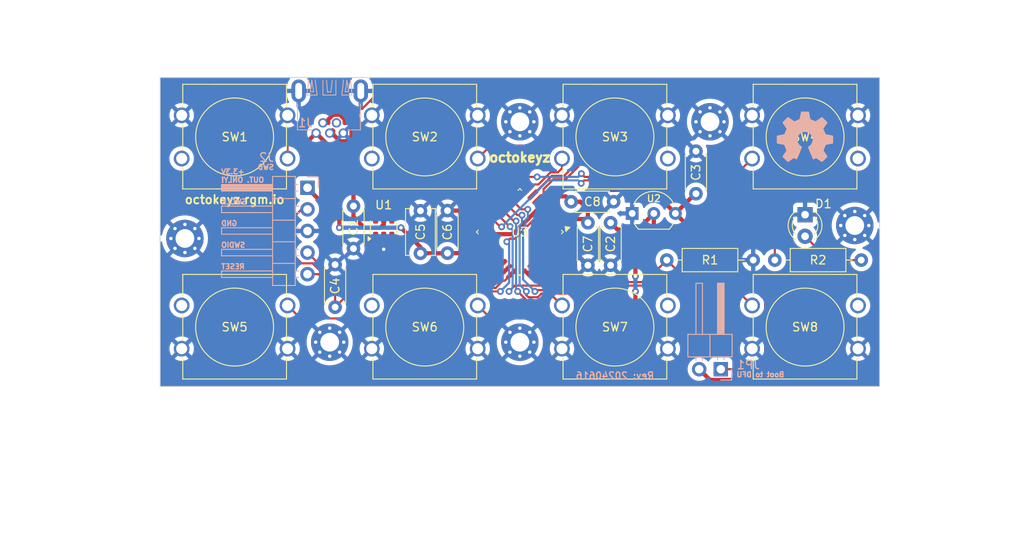
<source format=kicad_pcb>
(kicad_pcb (version 20240108) (generator "pcbnew") (generator_version "8.0")
  (title_block (title "octokeyz") (date "2024-06-16") (rev "20240616") (comment 3 "Released under CERN Open Hardware Licence Version 2 - Strongly Reciprocal") (comment 4 "Designed by: Rafael G. Martins"))
  (layers (0 "F.Cu" signal) (31 "B.Cu" signal) (34 "B.Paste" user) (35 "F.Paste" user) (36 "B.SilkS" user "B.Silkscreen") (37 "F.SilkS" user "F.Silkscreen") (38 "B.Mask" user) (39 "F.Mask" user) (44 "Edge.Cuts" user))
  (net 0 "")
  (net 1 "GND")
  (net 2 "+3.3V")
  (net 3 "Net-(D1-A)")
  (net 4 "+5V")
  (net 5 "SWCLK")
  (net 6 "USB_D-")
  (net 7 "USB_D+")
  (net 10 "SWDIO")
  (net 11 "Net-(JP1-A)")
  (net 12 "/USB_CONN_D+")
  (net 13 "/USB_CONN_D-")
  (net 14 "RESET")
  (net 16 "LED")
  (net 23 "KEY7")
  (net 27 "KEY2")
  (net 29 "KEY5")
  (net 31 "KEY4")
  (net 35 "KEY1")
  (net 36 "KEY8")
  (net 38 "KEY3")
  (net 42 "KEY6")
  (footprint "octokeyz:SW_PUSH-12mm" (layer "F.Cu") (at 109.982 90.17)
    (property "Reference" "SW5" (at 6.223 2.54 0) (layer "F.SilkS"))
    (property "Value" "SPST 12mm")
    (pad "1" thru_hole circle (at 0 0) (size 1.85 1.85) (drill 1.3) (layers "*.Cu" "*.Mask"))
    (pad "2" thru_hole circle (at 12.446 0) (size 1.85 1.85) (drill 1.3) (layers "*.Cu" "*.Mask") (net 29 "KEY5"))
    (pad "3" thru_hole circle (at 0 5.08) (size 1.85 1.85) (drill 1.3) (layers "*.Cu" "*.Mask") (net 1 "GND"))
    (pad "4" thru_hole circle (at 12.446 5.08) (size 1.85 1.85) (drill 1.3) (layers "*.Cu" "*.Mask") (net 1 "GND"))
  )
  (footprint "octokeyz:SW_PUSH-12mm" (layer "F.Cu") (at 177.038 67.818)
    (property "Reference" "SW4" (at 6.223 2.54 0) (layer "F.SilkS"))
    (property "Value" "SPST 12mm")
    (pad "1" thru_hole circle (at 0 0) (size 1.85 1.85) (drill 1.3) (layers "*.Cu" "*.Mask") (net 1 "GND"))
    (pad "2" thru_hole circle (at 12.446 0) (size 1.85 1.85) (drill 1.3) (layers "*.Cu" "*.Mask") (net 1 "GND"))
    (pad "3" thru_hole circle (at 0 5.08) (size 1.85 1.85) (drill 1.3) (layers "*.Cu" "*.Mask") (net 31 "KEY4"))
    (pad "4" thru_hole circle (at 12.446 5.08) (size 1.85 1.85) (drill 1.3) (layers "*.Cu" "*.Mask"))
  )
  (footprint "MountingHole:MountingHole_2.2mm_M2_Pad_Via" (layer "F.Cu") (at 149.733 68.58)
    (property "Reference" "H2" (hide yes))
    (property "Value" "MountingHole_Pad")
    (pad "1" thru_hole circle (at -1.65 0) (size 0.7 0.7) (drill 0.4) (layers "*.Cu" "*.Mask") (net 1 "GND"))
    (pad "1" thru_hole circle (at -1.166726 -1.166726) (size 0.7 0.7) (drill 0.4) (layers "*.Cu" "*.Mask") (net 1 "GND"))
    (pad "1" thru_hole circle (at -1.166726 1.166726) (size 0.7 0.7) (drill 0.4) (layers "*.Cu" "*.Mask") (net 1 "GND"))
    (pad "1" thru_hole circle (at 0 -1.65) (size 0.7 0.7) (drill 0.4) (layers "*.Cu" "*.Mask") (net 1 "GND"))
    (pad "1" thru_hole circle (at 0 0) (size 4.4 4.4) (drill 2.2) (layers "*.Cu" "*.Mask") (net 1 "GND"))
    (pad "1" thru_hole circle (at 0 1.65) (size 0.7 0.7) (drill 0.4) (layers "*.Cu" "*.Mask") (net 1 "GND"))
    (pad "1" thru_hole circle (at 1.166726 -1.166726) (size 0.7 0.7) (drill 0.4) (layers "*.Cu" "*.Mask") (net 1 "GND"))
    (pad "1" thru_hole circle (at 1.166726 1.166726) (size 0.7 0.7) (drill 0.4) (layers "*.Cu" "*.Mask") (net 1 "GND"))
    (pad "1" thru_hole circle (at 1.65 0) (size 0.7 0.7) (drill 0.4) (layers "*.Cu" "*.Mask") (net 1 "GND"))
  )
  (footprint "Package_QFP:LQFP-32_7x7mm_P0.8mm" (layer "F.Cu") (at 149.733 81.534 -135)
    (property "Reference" "U3" (at 0 0 0) (layer "F.SilkS"))
    (property "Value" "STM32F042K4T6 or STM32F042K6T6")
    (pad "1" smd roundrect (at -4.175 -2.8 225) (size 1.5 0.5) (layers "F.Cu" "F.Paste" "F.Mask") (net 2 "+3.3V"))
    (pad "2" smd roundrect (at -4.175 -2 225) (size 1.5 0.5) (layers "F.Cu" "F.Paste" "F.Mask"))
    (pad "3" smd roundrect (at -4.175 -1.2 225) (size 1.5 0.5) (layers "F.Cu" "F.Paste" "F.Mask"))
    (pad "4" smd roundrect (at -4.175 -0.4 225) (size 1.5 0.5) (layers "F.Cu" "F.Paste" "F.Mask") (net 14 "RESET"))
    (pad "5" smd roundrect (at -4.175 0.4 225) (size 1.5 0.5) (layers "F.Cu" "F.Paste" "F.Mask") (net 2 "+3.3V"))
    (pad "6" smd roundrect (at -4.175 1.2 225) (size 1.5 0.5) (layers "F.Cu" "F.Paste" "F.Mask") (net 35 "KEY1"))
    (pad "7" smd roundrect (at -4.175 2 225) (size 1.5 0.5) (layers "F.Cu" "F.Paste" "F.Mask") (net 27 "KEY2"))
    (pad "8" smd roundrect (at -4.175 2.8 225) (size 1.5 0.5) (layers "F.Cu" "F.Paste" "F.Mask") (net 38 "KEY3"))
    (pad "9" smd roundrect (at -2.8 4.175 225) (size 0.5 1.5) (layers "F.Cu" "F.Paste" "F.Mask") (net 31 "KEY4"))
    (pad "10" smd roundrect (at -2 4.175 225) (size 0.5 1.5) (layers "F.Cu" "F.Paste" "F.Mask") (net 29 "KEY5"))
    (pad "11" smd roundrect (at -1.2 4.175 225) (size 0.5 1.5) (layers "F.Cu" "F.Paste" "F.Mask") (net 42 "KEY6"))
    (pad "12" smd roundrect (at -0.4 4.175 225) (size 0.5 1.5) (layers "F.Cu" "F.Paste" "F.Mask") (net 23 "KEY7"))
    (pad "13" smd roundrect (at 0.4 4.175 225) (size 0.5 1.5) (layers "F.Cu" "F.Paste" "F.Mask") (net 36 "KEY8"))
    (pad "14" smd roundrect (at 1.2 4.175 225) (size 0.5 1.5) (layers "F.Cu" "F.Paste" "F.Mask") (net 16 "LED"))
    (pad "15" smd roundrect (at 2 4.175 225) (size 0.5 1.5) (layers "F.Cu" "F.Paste" "F.Mask"))
    (pad "16" smd roundrect (at 2.8 4.175 225) (size 0.5 1.5) (layers "F.Cu" "F.Paste" "F.Mask") (net 1 "GND"))
    (pad "17" smd roundrect (at 4.175 2.8 225) (size 1.5 0.5) (layers "F.Cu" "F.Paste" "F.Mask") (net 2 "+3.3V"))
    (pad "18" smd roundrect (at 4.175 2 225) (size 1.5 0.5) (layers "F.Cu" "F.Paste" "F.Mask"))
    (pad "19" smd roundrect (at 4.175 1.2 225) (size 1.5 0.5) (layers "F.Cu" "F.Paste" "F.Mask"))
    (pad "20" smd roundrect (at 4.175 0.4 225) (size 1.5 0.5) (layers "F.Cu" "F.Paste" "F.Mask"))
    (pad "21" smd roundrect (at 4.175 -0.4 225) (size 1.5 0.5) (layers "F.Cu" "F.Paste" "F.Mask") (net 6 "USB_D-"))
    (pad "22" smd roundrect (at 4.175 -1.2 225) (size 1.5 0.5) (layers "F.Cu" "F.Paste" "F.Mask") (net 7 "USB_D+"))
    (pad "23" smd roundrect (at 4.175 -2 225) (size 1.5 0.5) (layers "F.Cu" "F.Paste" "F.Mask") (net 10 "SWDIO"))
    (pad "24" smd roundrect (at 4.175 -2.8 225) (size 1.5 0.5) (layers "F.Cu" "F.Paste" "F.Mask") (net 5 "SWCLK"))
    (pad "25" smd roundrect (at 2.8 -4.175 225) (size 0.5 1.5) (layers "F.Cu" "F.Paste" "F.Mask"))
    (pad "26" smd roundrect (at 2 -4.175 225) (size 0.5 1.5) (layers "F.Cu" "F.Paste" "F.Mask"))
    (pad "27" smd roundrect (at 1.2 -4.175 225) (size 0.5 1.5) (layers "F.Cu" "F.Paste" "F.Mask"))
    (pad "28" smd roundrect (at 0.4 -4.175 225) (size 0.5 1.5) (layers "F.Cu" "F.Paste" "F.Mask"))
    (pad "29" smd roundrect (at -0.4 -4.175 225) (size 0.5 1.5) (layers "F.Cu" "F.Paste" "F.Mask"))
    (pad "30" smd roundrect (at -1.2 -4.175 225) (size 0.5 1.5) (layers "F.Cu" "F.Paste" "F.Mask"))
    (pad "31" smd roundrect (at -2 -4.175 225) (size 0.5 1.5) (layers "F.Cu" "F.Paste" "F.Mask") (net 11 "Net-(JP1-A)"))
    (pad "32" smd roundrect (at -2.8 -4.175 225) (size 0.5 1.5) (layers "F.Cu" "F.Paste" "F.Mask") (net 1 "GND"))
  )
  (footprint "octokeyz:C_TDK_FA28" (layer "F.Cu") (at 130.175 83.486 90)
    (property "Reference" "C1" (at 2.5 0 -90) (layer "F.SilkS"))
    (property "Value" "100n")
    (pad "1" thru_hole circle (at 0 0 90) (size 1.6 1.6) (drill 0.8) (layers "*.Cu" "*.Mask") (net 1 "GND"))
    (pad "2" thru_hole circle (at 5 0 90) (size 1.6 1.6) (drill 0.8) (layers "*.Cu" "*.Mask") (net 4 "+5V"))
  )
  (footprint "octokeyz:SW_PUSH-12mm" (layer "F.Cu") (at 177.038 90.17)
    (property "Reference" "SW8" (at 6.223 2.54 0) (layer "F.SilkS"))
    (property "Value" "SPST 12mm")
    (pad "1" thru_hole circle (at 0 0) (size 1.85 1.85) (drill 1.3) (layers "*.Cu" "*.Mask") (net 36 "KEY8"))
    (pad "2" thru_hole circle (at 12.446 0) (size 1.85 1.85) (drill 1.3) (layers "*.Cu" "*.Mask"))
    (pad "3" thru_hole circle (at 0 5.08) (size 1.85 1.85) (drill 1.3) (layers "*.Cu" "*.Mask") (net 1 "GND"))
    (pad "4" thru_hole circle (at 12.446 5.08) (size 1.85 1.85) (drill 1.3) (layers "*.Cu" "*.Mask") (net 1 "GND"))
  )
  (footprint "MountingHole:MountingHole_2.2mm_M2_Pad_Via" (layer "F.Cu") (at 189.103 80.772)
    (property "Reference" "H4" (hide yes))
    (property "Value" "MountingHole_Pad")
    (pad "1" thru_hole circle (at -1.65 0) (size 0.7 0.7) (drill 0.4) (layers "*.Cu" "*.Mask") (net 1 "GND"))
    (pad "1" thru_hole circle (at -1.166726 -1.166726) (size 0.7 0.7) (drill 0.4) (layers "*.Cu" "*.Mask") (net 1 "GND"))
    (pad "1" thru_hole circle (at -1.166726 1.166726) (size 0.7 0.7) (drill 0.4) (layers "*.Cu" "*.Mask") (net 1 "GND"))
    (pad "1" thru_hole circle (at 0 -1.65) (size 0.7 0.7) (drill 0.4) (layers "*.Cu" "*.Mask") (net 1 "GND"))
    (pad "1" thru_hole circle (at 0 0) (size 4.4 4.4) (drill 2.2) (layers "*.Cu" "*.Mask") (net 1 "GND"))
    (pad "1" thru_hole circle (at 0 1.65) (size 0.7 0.7) (drill 0.4) (layers "*.Cu" "*.Mask") (net 1 "GND"))
    (pad "1" thru_hole circle (at 1.166726 -1.166726) (size 0.7 0.7) (drill 0.4) (layers "*.Cu" "*.Mask") (net 1 "GND"))
    (pad "1" thru_hole circle (at 1.166726 1.166726) (size 0.7 0.7) (drill 0.4) (layers "*.Cu" "*.Mask") (net 1 "GND"))
    (pad "1" thru_hole circle (at 1.65 0) (size 0.7 0.7) (drill 0.4) (layers "*.Cu" "*.Mask") (net 1 "GND"))
  )
  (footprint "octokeyz:C_TDK_FA28" (layer "F.Cu") (at 170.434 72.0344 -90)
    (property "Reference" "C3" (at 2.5 0 90) (layer "F.SilkS"))
    (property "Value" "1u")
    (pad "1" thru_hole circle (at 0 0 270) (size 1.6 1.6) (drill 0.8) (layers "*.Cu" "*.Mask") (net 1 "GND"))
    (pad "2" thru_hole circle (at 5 0 270) (size 1.6 1.6) (drill 0.8) (layers "*.Cu" "*.Mask") (net 2 "+3.3V"))
  )
  (footprint "MountingHole:MountingHole_2.2mm_M2_Pad_Via" (layer "F.Cu") (at 127.381 94.488)
    (property "Reference" "H5" (hide yes))
    (property "Value" "MountingHole_Pad")
    (pad "1" thru_hole circle (at -1.65 0) (size 0.7 0.7) (drill 0.4) (layers "*.Cu" "*.Mask") (net 1 "GND"))
    (pad "1" thru_hole circle (at -1.166726 -1.166726) (size 0.7 0.7) (drill 0.4) (layers "*.Cu" "*.Mask") (net 1 "GND"))
    (pad "1" thru_hole circle (at -1.166726 1.166726) (size 0.7 0.7) (drill 0.4) (layers "*.Cu" "*.Mask") (net 1 "GND"))
    (pad "1" thru_hole circle (at 0 -1.65) (size 0.7 0.7) (drill 0.4) (layers "*.Cu" "*.Mask") (net 1 "GND"))
    (pad "1" thru_hole circle (at 0 0) (size 4.4 4.4) (drill 2.2) (layers "*.Cu" "*.Mask") (net 1 "GND"))
    (pad "1" thru_hole circle (at 0 1.65) (size 0.7 0.7) (drill 0.4) (layers "*.Cu" "*.Mask") (net 1 "GND"))
    (pad "1" thru_hole circle (at 1.166726 -1.166726) (size 0.7 0.7) (drill 0.4) (layers "*.Cu" "*.Mask") (net 1 "GND"))
    (pad "1" thru_hole circle (at 1.166726 1.166726) (size 0.7 0.7) (drill 0.4) (layers "*.Cu" "*.Mask") (net 1 "GND"))
    (pad "1" thru_hole circle (at 1.65 0) (size 0.7 0.7) (drill 0.4) (layers "*.Cu" "*.Mask") (net 1 "GND"))
  )
  (footprint "MountingHole:MountingHole_2.2mm_M2_Pad_Via" (layer "F.Cu") (at 110.363 82.296)
    (property "Reference" "H1" (hide yes))
    (property "Value" "MountingHole_Pad")
    (pad "1" thru_hole circle (at -1.65 0) (size 0.7 0.7) (drill 0.4) (layers "*.Cu" "*.Mask") (net 1 "GND"))
    (pad "1" thru_hole circle (at -1.166726 -1.166726) (size 0.7 0.7) (drill 0.4) (layers "*.Cu" "*.Mask") (net 1 "GND"))
    (pad "1" thru_hole circle (at -1.166726 1.166726) (size 0.7 0.7) (drill 0.4) (layers "*.Cu" "*.Mask") (net 1 "GND"))
    (pad "1" thru_hole circle (at 0 -1.65) (size 0.7 0.7) (drill 0.4) (layers "*.Cu" "*.Mask") (net 1 "GND"))
    (pad "1" thru_hole circle (at 0 0) (size 4.4 4.4) (drill 2.2) (layers "*.Cu" "*.Mask") (net 1 "GND"))
    (pad "1" thru_hole circle (at 0 1.65) (size 0.7 0.7) (drill 0.4) (layers "*.Cu" "*.Mask") (net 1 "GND"))
    (pad "1" thru_hole circle (at 1.166726 -1.166726) (size 0.7 0.7) (drill 0.4) (layers "*.Cu" "*.Mask") (net 1 "GND"))
    (pad "1" thru_hole circle (at 1.166726 1.166726) (size 0.7 0.7) (drill 0.4) (layers "*.Cu" "*.Mask") (net 1 "GND"))
    (pad "1" thru_hole circle (at 1.65 0) (size 0.7 0.7) (drill 0.4) (layers "*.Cu" "*.Mask") (net 1 "GND"))
  )
  (footprint "octokeyz:SW_PUSH-12mm" (layer "F.Cu") (at 109.982 67.818)
    (property "Reference" "SW1" (at 6.223 2.54 0) (layer "F.SilkS"))
    (property "Value" "SPST 12mm")
    (pad "1" thru_hole circle (at 0 0) (size 1.85 1.85) (drill 1.3) (layers "*.Cu" "*.Mask") (net 1 "GND"))
    (pad "2" thru_hole circle (at 12.446 0) (size 1.85 1.85) (drill 1.3) (layers "*.Cu" "*.Mask") (net 1 "GND"))
    (pad "3" thru_hole circle (at 0 5.08) (size 1.85 1.85) (drill 1.3) (layers "*.Cu" "*.Mask"))
    (pad "4" thru_hole circle (at 12.446 5.08) (size 1.85 1.85) (drill 1.3) (layers "*.Cu" "*.Mask") (net 35 "KEY1"))
  )
  (footprint "MountingHole:MountingHole_2.2mm_M2_Pad_Via" (layer "F.Cu") (at 149.733 94.488)
    (property "Reference" "H6" (hide yes))
    (property "Value" "MountingHole_Pad")
    (pad "1" thru_hole circle (at -1.65 0) (size 0.7 0.7) (drill 0.4) (layers "*.Cu" "*.Mask") (net 1 "GND"))
    (pad "1" thru_hole circle (at -1.166726 -1.166726) (size 0.7 0.7) (drill 0.4) (layers "*.Cu" "*.Mask") (net 1 "GND"))
    (pad "1" thru_hole circle (at -1.166726 1.166726) (size 0.7 0.7) (drill 0.4) (layers "*.Cu" "*.Mask") (net 1 "GND"))
    (pad "1" thru_hole circle (at 0 -1.65) (size 0.7 0.7) (drill 0.4) (layers "*.Cu" "*.Mask") (net 1 "GND"))
    (pad "1" thru_hole circle (at 0 0) (size 4.4 4.4) (drill 2.2) (layers "*.Cu" "*.Mask") (net 1 "GND"))
    (pad "1" thru_hole circle (at 0 1.65) (size 0.7 0.7) (drill 0.4) (layers "*.Cu" "*.Mask") (net 1 "GND"))
    (pad "1" thru_hole circle (at 1.166726 -1.166726) (size 0.7 0.7) (drill 0.4) (layers "*.Cu" "*.Mask") (net 1 "GND"))
    (pad "1" thru_hole circle (at 1.166726 1.166726) (size 0.7 0.7) (drill 0.4) (layers "*.Cu" "*.Mask") (net 1 "GND"))
    (pad "1" thru_hole circle (at 1.65 0) (size 0.7 0.7) (drill 0.4) (layers "*.Cu" "*.Mask") (net 1 "GND"))
  )
  (footprint "octokeyz:C_TDK_FA28" (layer "F.Cu") (at 128.016 85.3694 -90)
    (property "Reference" "C4" (at 2.5 0 90) (layer "F.SilkS"))
    (property "Value" "100n")
    (pad "1" thru_hole circle (at 0 0 270) (size 1.6 1.6) (drill 0.8) (layers "*.Cu" "*.Mask") (net 1 "GND"))
    (pad "2" thru_hole circle (at 5 0 270) (size 1.6 1.6) (drill 0.8) (layers "*.Cu" "*.Mask") (net 14 "RESET"))
  )
  (footprint "MountingHole:MountingHole_2.2mm_M2_Pad_Via" (layer "F.Cu") (at 172.085 68.58)
    (property "Reference" "H3" (hide yes))
    (property "Value" "MountingHole_Pad")
    (pad "1" thru_hole circle (at -1.65 0) (size 0.7 0.7) (drill 0.4) (layers "*.Cu" "*.Mask") (net 1 "GND"))
    (pad "1" thru_hole circle (at -1.166726 -1.166726) (size 0.7 0.7) (drill 0.4) (layers "*.Cu" "*.Mask") (net 1 "GND"))
    (pad "1" thru_hole circle (at -1.166726 1.166726) (size 0.7 0.7) (drill 0.4) (layers "*.Cu" "*.Mask") (net 1 "GND"))
    (pad "1" thru_hole circle (at 0 -1.65) (size 0.7 0.7) (drill 0.4) (layers "*.Cu" "*.Mask") (net 1 "GND"))
    (pad "1" thru_hole circle (at 0 0) (size 4.4 4.4) (drill 2.2) (layers "*.Cu" "*.Mask") (net 1 "GND"))
    (pad "1" thru_hole circle (at 0 1.65) (size 0.7 0.7) (drill 0.4) (layers "*.Cu" "*.Mask") (net 1 "GND"))
    (pad "1" thru_hole circle (at 1.166726 -1.166726) (size 0.7 0.7) (drill 0.4) (layers "*.Cu" "*.Mask") (net 1 "GND"))
    (pad "1" thru_hole circle (at 1.166726 1.166726) (size 0.7 0.7) (drill 0.4) (layers "*.Cu" "*.Mask") (net 1 "GND"))
    (pad "1" thru_hole circle (at 1.65 0) (size 0.7 0.7) (drill 0.4) (layers "*.Cu" "*.Mask") (net 1 "GND"))
  )
  (footprint "octokeyz:R_YAGEO_MFR-25FTE52_Horizontal" (layer "F.Cu") (at 179.705 84.836)
    (property "Reference" "R2" (at 5.08 0 0) (layer "F.SilkS"))
    (property "Value" "10k")
    (pad "1" thru_hole circle (at 0 0) (size 1.6 1.6) (drill 0.8) (layers "*.Cu" "*.Mask") (net 16 "LED"))
    (pad "2" thru_hole oval (at 10.16 0) (size 1.6 1.6) (drill 0.8) (layers "*.Cu" "*.Mask") (net 3 "Net-(D1-A)"))
  )
  (footprint "octokeyz:SW_PUSH-12mm" (layer "F.Cu") (at 154.686 90.17)
    (property "Reference" "SW7" (at 6.223 2.54 0) (layer "F.SilkS"))
    (property "Value" "SPST 12mm")
    (pad "1" thru_hole circle (at 0 0) (size 1.85 1.85) (drill 1.3) (layers "*.Cu" "*.Mask") (net 23 "KEY7"))
    (pad "2" thru_hole circle (at 12.446 0) (size 1.85 1.85) (drill 1.3) (layers "*.Cu" "*.Mask"))
    (pad "3" thru_hole circle (at 0 5.08) (size 1.85 1.85) (drill 1.3) (layers "*.Cu" "*.Mask") (net 1 "GND"))
    (pad "4" thru_hole circle (at 12.446 5.08) (size 1.85 1.85) (drill 1.3) (layers "*.Cu" "*.Mask") (net 1 "GND"))
  )
  (footprint "octokeyz:C_TDK_FA28" (layer "F.Cu") (at 160.7566 77.978 180)
    (property "Reference" "C8" (at 2.5 0 180) (layer "F.SilkS"))
    (property "Value" "100n")
    (pad "1" thru_hole circle (at 0 0 180) (size 1.6 1.6) (drill 0.8) (layers "*.Cu" "*.Mask") (net 1 "GND"))
    (pad "2" thru_hole circle (at 5 0 180) (size 1.6 1.6) (drill 0.8) (layers "*.Cu" "*.Mask") (net 2 "+3.3V"))
  )
  (footprint "octokeyz:SW_PUSH-12mm" (layer "F.Cu") (at 154.686 67.818)
    (property "Reference" "SW3" (at 6.223 2.54 0) (layer "F.SilkS"))
    (property "Value" "SPST 12mm")
    (pad "1" thru_hole circle (at 0 0) (size 1.85 1.85) (drill 1.3) (layers "*.Cu" "*.Mask") (net 1 "GND"))
    (pad "2" thru_hole circle (at 12.446 0) (size 1.85 1.85) (drill 1.3) (layers "*.Cu" "*.Mask") (net 1 "GND"))
    (pad "3" thru_hole circle (at 0 5.08) (size 1.85 1.85) (drill 1.3) (layers "*.Cu" "*.Mask") (net 38 "KEY3"))
    (pad "4" thru_hole circle (at 12.446 5.08) (size 1.85 1.85) (drill 1.3) (layers "*.Cu" "*.Mask"))
  )
  (footprint "LED_THT:LED_D3.0mm" (layer "F.Cu") (at 183.261 79.497 -90)
    (property "Reference" "D1" (at -1.265 -2.159 180) (layer "F.SilkS"))
    (property "Value" "LED Green 3mm")
    (pad "1" thru_hole rect (at 0 0 270) (size 1.8 1.8) (drill 0.9) (layers "*.Cu" "*.Mask") (net 1 "GND"))
    (pad "2" thru_hole circle (at 2.54 0 270) (size 1.8 1.8) (drill 0.9) (layers "*.Cu" "*.Mask") (net 3 "Net-(D1-A)"))
  )
  (footprint "Package_TO_SOT_THT:TO-92_Inline_Wide" (layer "F.Cu") (at 162.941 79.354)
    (property "Reference" "U2" (at 2.54 -1.757 0) (layer "F.SilkS") (effects (font (size 0.8 0.8))))
    (property "Value" "MCP1700-3302E")
    (pad "1" thru_hole rect (at 0 0) (size 1.5 1.5) (drill 0.8) (layers "*.Cu" "*.Mask") (net 1 "GND"))
    (pad "2" thru_hole circle (at 2.54 0) (size 1.5 1.5) (drill 0.8) (layers "*.Cu" "*.Mask") (net 4 "+5V"))
    (pad "3" thru_hole circle (at 5.08 0) (size 1.5 1.5) (drill 0.8) (layers "*.Cu" "*.Mask") (net 2 "+3.3V"))
  )
  (footprint "octokeyz:C_TDK_FA28" (layer "F.Cu") (at 157.734 85.4456 90)
    (property "Reference" "C7" (at 2.5 0 -90) (layer "F.SilkS"))
    (property "Value" "100n")
    (pad "1" thru_hole circle (at 0 0 90) (size 1.6 1.6) (drill 0.8) (layers "*.Cu" "*.Mask") (net 1 "GND"))
    (pad "2" thru_hole circle (at 5 0 90) (size 1.6 1.6) (drill 0.8) (layers "*.Cu" "*.Mask") (net 2 "+3.3V"))
  )
  (footprint "octokeyz:C_TDK_FA28" (layer "F.Cu") (at 160.401 85.4456 90)
    (property "Reference" "C2" (at 2.5 0 -90) (layer "F.SilkS"))
    (property "Value" "1u")
    (pad "1" thru_hole circle (at 0 0 90) (size 1.6 1.6) (drill 0.8) (layers "*.Cu" "*.Mask") (net 1 "GND"))
    (pad "2" thru_hole circle (at 5 0 90) (size 1.6 1.6) (drill 0.8) (layers "*.Cu" "*.Mask") (net 4 "+5V"))
  )
  (footprint "octokeyz:C_TDK_FA26" (layer "F.Cu") (at 138.049 79.034 -90)
    (property "Reference" "C5" (at 2.5 0 90) (layer "F.SilkS"))
    (property "Value" "10u")
    (pad "1" thru_hole circle (at 0 0 270) (size 1.6 1.6) (drill 0.8) (layers "*.Cu" "*.Mask") (net 1 "GND"))
    (pad "2" thru_hole circle (at 5 0 270) (size 1.6 1.6) (drill 0.8) (layers "*.Cu" "*.Mask") (net 2 "+3.3V"))
  )
  (footprint "octokeyz:R_YAGEO_MFR-25FTE52_Horizontal" (layer "F.Cu") (at 167.005 84.836)
    (property "Reference" "R1" (at 5.08 0 0) (layer "F.SilkS"))
    (property "Value" "10k")
    (pad "1" thru_hole circle (at 0 0) (size 1.6 1.6) (drill 0.8) (layers "*.Cu" "*.Mask") (net 11 "Net-(JP1-A)"))
    (pad "2" thru_hole oval (at 10.16 0) (size 1.6 1.6) (drill 0.8) (layers "*.Cu" "*.Mask") (net 1 "GND"))
  )
  (footprint "octokeyz:C_TDK_FA28" (layer "F.Cu") (at 141.224 79.0194 -90)
    (property "Reference" "C6" (at 2.5146 0 90) (layer "F.SilkS"))
    (property "Value" "100n")
    (pad "1" thru_hole circle (at 0 0 270) (size 1.6 1.6) (drill 0.8) (layers "*.Cu" "*.Mask") (net 1 "GND"))
    (pad "2" thru_hole circle (at 5 0 270) (size 1.6 1.6) (drill 0.8) (layers "*.Cu" "*.Mask") (net 2 "+3.3V"))
  )
  (footprint "octokeyz:SW_PUSH-12mm" (layer "F.Cu") (at 132.334 67.818)
    (property "Reference" "SW2" (at 6.223 2.54 0) (layer "F.SilkS"))
    (property "Value" "SPST 12mm")
    (pad "1" thru_hole circle (at 0 0) (size 1.85 1.85) (drill 1.3) (layers "*.Cu" "*.Mask") (net 1 "GND"))
    (pad "2" thru_hole circle (at 12.446 0) (size 1.85 1.85) (drill 1.3) (layers "*.Cu" "*.Mask") (net 1 "GND"))
    (pad "3" thru_hole circle (at 0 5.08) (size 1.85 1.85) (drill 1.3) (layers "*.Cu" "*.Mask"))
    (pad "4" thru_hole circle (at 12.446 5.08) (size 1.85 1.85) (drill 1.3) (layers "*.Cu" "*.Mask") (net 27 "KEY2"))
  )
  (footprint "octokeyz:SW_PUSH-12mm" (layer "F.Cu") (at 132.334 90.17)
    (property "Reference" "SW6" (at 6.223 2.54 0) (layer "F.SilkS"))
    (property "Value" "SPST 12mm")
    (pad "1" thru_hole circle (at 0 0) (size 1.85 1.85) (drill 1.3) (layers "*.Cu" "*.Mask"))
    (pad "2" thru_hole circle (at 12.446 0) (size 1.85 1.85) (drill 1.3) (layers "*.Cu" "*.Mask") (net 42 "KEY6"))
    (pad "3" thru_hole circle (at 0 5.08) (size 1.85 1.85) (drill 1.3) (layers "*.Cu" "*.Mask") (net 1 "GND"))
    (pad "4" thru_hole circle (at 12.446 5.08) (size 1.85 1.85) (drill 1.3) (layers "*.Cu" "*.Mask") (net 1 "GND"))
  )
  (footprint "Package_TO_SOT_SMD:SOT-23-6" (layer "F.Cu") (at 133.731 81.026 90)
    (property "Reference" "U1" (at 2.667 0 180) (layer "F.SilkS"))
    (property "Value" "USBLC6-2SC6")
    (pad "1" smd roundrect (at -1.1375 -0.95 90) (size 1.325 0.6) (layers "F.Cu" "F.Paste" "F.Mask") (net 7 "USB_D+"))
    (pad "2" smd roundrect (at -1.1375 0 90) (size 1.325 0.6) (layers "F.Cu" "F.Paste" "F.Mask") (net 1 "GND"))
    (pad "3" smd roundrect (at -1.1375 0.95 90) (size 1.325 0.6) (layers "F.Cu" "F.Paste" "F.Mask") (net 6 "USB_D-"))
    (pad "4" smd roundrect (at 1.1375 0.95 90) (size 1.325 0.6) (layers "F.Cu" "F.Paste" "F.Mask") (net 13 "/USB_CONN_D-"))
    (pad "5" smd roundrect (at 1.1375 0 90) (size 1.325 0.6) (layers "F.Cu" "F.Paste" "F.Mask") (net 4 "+5V"))
    (pad "6" smd roundrect (at 1.1375 -0.95 90) (size 1.325 0.6) (layers "F.Cu" "F.Paste" "F.Mask") (net 12 "/USB_CONN_D+"))
  )
  (footprint "Connector_PinHeader_2.54mm:PinHeader_1x02_P2.54mm_Horizontal" (layer "B.Cu") (at 173.355 97.663 90)
    (property "Reference" "JP1" (at 0.508 1.778 180) (layer "B.SilkS") (effects (justify right mirror)))
    (property "Value" "BOOT")
    (pad "1" thru_hole rect (at 0 0 90) (size 1.7 1.7) (drill 1) (layers "*.Cu" "*.Mask") (net 11 "Net-(JP1-A)"))
    (pad "2" thru_hole oval (at 0 -2.54 90) (size 1.7 1.7) (drill 1) (layers "*.Cu" "*.Mask") (net 2 "+3.3V"))
  )
  (footprint "Symbol:OSHW-Symbol_6.7x6mm_SilkScreen" (layer "B.Cu") (at 183.261 70.358 180)
    (property "Reference" "REF**" (hide yes))
    (property "Value" "OSHW-Symbol_6.7x6mm_SilkScreen" (hide yes))
  )
  (footprint "Connector_PinHeader_2.54mm:PinHeader_1x05_P2.54mm_Horizontal" (layer "B.Cu") (at 124.771 76.332 180)
    (property "Reference" "J2" (at 3.867 3.561 180) (layer "B.SilkS") (effects (justify left mirror)))
    (property "Value" "PIN H 5P")
    (pad "1" thru_hole rect (at 0 0 180) (size 1.7 1.7) (drill 1) (layers "*.Cu" "*.Mask") (net 2 "+3.3V"))
    (pad "2" thru_hole oval (at 0 -2.54 180) (size 1.7 1.7) (drill 1) (layers "*.Cu" "*.Mask") (net 5 "SWCLK"))
    (pad "3" thru_hole oval (at 0 -5.08 180) (size 1.7 1.7) (drill 1) (layers "*.Cu" "*.Mask") (net 1 "GND"))
    (pad "4" thru_hole oval (at 0 -7.62 180) (size 1.7 1.7) (drill 1) (layers "*.Cu" "*.Mask") (net 10 "SWDIO"))
    (pad "5" thru_hole oval (at 0 -10.16 180) (size 1.7 1.7) (drill 1) (layers "*.Cu" "*.Mask") (net 14 "RESET"))
  )
  (footprint "octokeyz:USB_Mini-B_PTH" (layer "B.Cu") (at 125.781 69.905)
    (property "Reference" "J1" (at -0.305 -1.198 0) (layer "B.SilkS") (effects (justify left mirror)))
    (property "Value" "USB_B_Mini" (hide yes))
    (pad "1" thru_hole circle (at 0 0 90) (size 1.1 1.1) (drill 0.7) (layers "*.Cu" "*.Mask") (net 4 "+5V"))
    (pad "2" thru_hole circle (at 0.8 -1.2 90) (size 1.1 1.1) (drill 0.7) (layers "*.Cu" "*.Mask") (net 13 "/USB_CONN_D-"))
    (pad "3" thru_hole circle (at 1.6 0 90) (size 1.1 1.1) (drill 0.7) (layers "*.Cu" "*.Mask") (net 12 "/USB_CONN_D+"))
    (pad "4" thru_hole circle (at 2.4 -1.2 90) (size 1.1 1.1) (drill 0.7) (layers "*.Cu" "*.Mask"))
    (pad "5" thru_hole circle (at 3.2 0 90) (size 1.1 1.1) (drill 0.7) (layers "*.Cu" "*.Mask") (net 1 "GND"))
    (pad "6" thru_hole oval (at -2.05 -4.953 90) (size 2.7 1.7) (drill oval 1.9 0.8) (layers "*.Cu" "*.Mask") (net 1 "GND"))
    (pad "6" thru_hole oval (at 5.25 -4.953 90) (size 2.7 1.7) (drill oval 1.9 0.8) (layers "*.Cu" "*.Mask") (net 1 "GND"))
  )
  (gr_rect (start 107.442 63.373) (end 192.024 99.695) (stroke (width 0.1)) (fill none) (layer "Edge.Cuts"))
  (gr_text "+3.3V\nOUT. ONLY!" (at 114.554 74.93 0) (layer "B.SilkS") (effects (font (size 0.6 0.6)) (justify right mirror)))
  (gr_text "SWCLK" (at 114.554 77.978 0) (layer "B.SilkS") (effects (font (size 0.6 0.6)) (justify right mirror)))
  (gr_text "SWDIO" (at 114.554 83.058 0) (layer "B.SilkS") (effects (font (size 0.6 0.6)) (justify right mirror)))
  (gr_text "GND" (at 114.554 80.518 0) (layer "B.SilkS") (effects (font (size 0.6 0.6)) (justify right mirror)))
  (gr_text "SWD" (at 120.904 73.914 0) (layer "B.SilkS") (effects (font (size 0.6 0.6)) (justify left mirror)))
  (gr_text "Rev: ${REVISION}" (at 160.909 98.425 0) (layer "B.SilkS") (effects (font (size 0.8 0.8)) (justify mirror)))
  (gr_text "Boot to DFU" (at 175.133 98.298 0) (layer "B.SilkS") (effects (font (size 0.6 0.6)) (justify right mirror)))
  (gr_text "RESET" (at 114.554 85.598 0) (layer "B.SilkS") (effects (font (size 0.6 0.6)) (justify right mirror)))
  (gr_text "octokeyz.rgm.io" (at 116.205 77.724 0) (layer "F.SilkS") (effects (font (size 1 1) (thickness 0.2) (bold yes))))
  (gr_text "octokeyz" (at 149.733 72.771 0) (layer "F.SilkS") (effects (font (size 1.1 1.1) (thickness 0.275) (bold yes))))
  (segment (start 143.258602 79.0194) (end 144.80093 80.561728) (width 0.5) (layer "F.Cu") (net 1))
  (segment (start 157.604398 85.4456) (end 154.66507 82.506272) (width 0.5) (layer "F.Cu") (net 1))
  (segment (start 133.731 83.566) (end 133.731 82.1635) (width 0.5) (layer "F.Cu") (net 1))
  (segment (start 141.224 79.0194) (end 143.258602 79.0194) (width 0.5) (layer "F.Cu") (net 1))
  (segment (start 157.734 85.4456) (end 157.604398 85.4456) (width 0.5) (layer "F.Cu") (net 1))
  (via (at 133.731 83.566) (size 0.8) (drill 0.4) (layers "F.Cu" "B.Cu") (net 1))
  (segment (start 153.358314 77.343) (end 152.402328 78.298986) (width 0.5) (layer "F.Cu") (net 2))
  (segment (start 155.216798 80.01) (end 157.2984 80.01) (width 0.5) (layer "F.Cu") (net 2))
  (segment (start 138.049 84.034) (end 138.049 83.312) (width 0.5) (layer "F.Cu") (net 2))
  (segment (start 155.7566 77.978) (end 155.1216 77.343) (width 0.5) (layer "F.Cu") (net 2))
  (segment (start 180.594 96.52) (end 180.594 89.154) (width 0.5) (layer "F.Cu") (net 2))
  (segment (start 157.2984 80.01) (end 157.734 80.4456) (width 0.5) (layer "F.Cu") (net 2))
  (segment (start 170.815 97.663) (end 172.075 98.923) (width 0.5) (layer "F.Cu") (net 2))
  (segment (start 128.524 81.026) (end 128.524 80.137) (width 0.5) (layer "F.Cu") (net 2))
  (segment (start 168.021 79.354) (end 170.3406 77.0344) (width 0.5) (layer "F.Cu") (net 2))
  (segment (start 141.2094 84.034) (end 141.224 84.0194) (width 0.5) (layer "F.Cu") (net 2))
  (segment (start 156.845 77.978) (end 155.7566 77.978) (width 0.5) (layer "F.Cu") (net 2))
  (segment (start 178.191 98.923) (end 180.594 96.52) (width 0.5) (layer "F.Cu") (net 2))
  (segment (start 144.80093 82.506272) (end 144.823728 82.506272) (width 0.5) (layer "F.Cu") (net 2))
  (segment (start 128.524 80.137) (end 124.771 76.384) (width 0.5) (layer "F.Cu") (net 2))
  (segment (start 141.224 84.0194) (end 143.287802 84.0194) (width 0.5) (layer "F.Cu") (net 2))
  (segment (start 155.1216 77.343) (end 153.358314 77.343) (width 0.5) (layer "F.Cu") (net 2))
  (segment (start 138.049 84.034) (end 141.2094 84.034) (width 0.5) (layer "F.Cu") (net 2))
  (segment (start 144.823728 82.506272) (end 145.542 81.788) (width 0.5) (layer "F.Cu") (net 2))
  (segment (start 170.3406 77.0344) (end 170.434 77.0344) (width 0.5) (layer "F.Cu") (net 2))
  (segment (start 154.66507 80.561728) (end 155.216798 80.01) (width 0.5) (layer "F.Cu") (net 2))
  (segment (start 124.771 76.384) (end 124.771 76.332) (width 0.5) (layer "F.Cu") (net 2))
  (segment (start 175.281 86.614) (end 168.021 79.354) (width 0.5) (layer "F.Cu") (net 2))
  (segment (start 157.734 80.4456) (end 157.734 78.867) (width 0.5) (layer "F.Cu") (net 2))
  (segment (start 178.054 86.614) (end 175.281 86.614) (width 0.5) (layer "F.Cu") (net 2))
  (segment (start 143.287802 84.0194) (end 144.80093 82.506272) (width 0.5) (layer "F.Cu") (net 2))
  (segment (start 180.594 89.154) (end 178.054 86.614) (width 0.5) (layer "F.Cu") (net 2))
  (segment (start 160.02 76.581) (end 157.734 78.867) (width 0.5) (layer "F.Cu") (net 2))
  (segment (start 145.542 81.788) (end 148.913314 81.788) (width 0.5) (layer "F.Cu") (net 2))
  (segment (start 165.248 76.581) (end 160.02 76.581) (width 0.5) (layer "F.Cu") (net 2))
  (segment (start 157.734 78.867) (end 156.845 77.978) (width 0.5) (layer "F.Cu") (net 2))
  (segment (start 168.021 79.354) (end 165.248 76.581) (width 0.5) (layer "F.Cu") (net 2))
  (segment (start 148.913314 81.788) (end 152.402328 78.298986) (width 0.5) (layer "F.Cu") (net 2))
  (segment (start 170.434 76.941) (end 170.434 76.7804) (width 0.5) (layer "F.Cu") (net 2))
  (segment (start 138.049 83.312) (end 135.763 81.026) (width 0.5) (layer "F.Cu") (net 2))
  (segment (start 172.075 98.923) (end 178.191 98.923) (width 0.5) (layer "F.Cu") (net 2))
  (via (at 128.524 81.026) (size 0.8) (drill 0.4) (layers "F.Cu" "B.Cu") (net 2))
  (via (at 135.763 81.026) (size 0.8) (drill 0.4) (layers "F.Cu" "B.Cu") (net 2))
  (segment (start 135.763 81.026) (end 128.524 81.026) (width 0.5) (layer "B.Cu") (net 2))
  (segment (start 128.524 81.026) (end 128.576 80.974) (width 0.5) (layer "B.Cu") (net 2))
  (segment (start 135.803 81.066) (end 135.763 81.026) (width 0.5) (layer "B.Cu") (net 2))
  (segment (start 189.865 84.836) (end 186.06 84.836) (width 0.25) (layer "F.Cu") (net 3))
  (segment (start 183.261 82.037) (end 186.06 84.836) (width 0.25) (layer "F.Cu") (net 3))
  (segment (start 133.731 80.645) (end 133.731 79.8885) (width 0.5) (layer "F.Cu") (net 4))
  (segment (start 165.481 82.677) (end 165.481 79.354) (width 0.5) (layer "F.Cu") (net 4))
  (segment (start 160.401 80.4456) (end 161.200999 81.245599) (width 0.5) (layer "F.Cu") (net 4))
  (segment (start 163.322 86.739) (end 163.322 84.836) (width 0.5) (layer "F.Cu") (net 4))
  (segment (start 124.714 73.406) (end 124.714 70.972) (width 0.5) (layer "F.Cu") (net 4))
  (segment (start 130.175 74.299) (end 125.781 69.905) (width 0.5) (layer "F.Cu") (net 4))
  (segment (start 130.175 78.486) (end 130.175 74.299) (width 0.5) (layer "F.Cu") (net 4))
  (segment (start 124.714 70.972) (end 125.781 69.905) (width 0.5) (layer "F.Cu") (net 4))
  (segment (start 163.322 90.551) (end 155.956 97.917) (width 0.5) (layer "F.Cu") (net 4))
  (segment (start 163.589401 81.245599) (end 165.481 79.354) (width 0.5) (layer "F.Cu") (net 4))
  (segment (start 130.175 79.756) (end 131.445 81.026) (width 0.5) (layer "F.Cu") (net 4))
  (segment (start 133.35 81.026) (end 133.731 80.645) (width 0.5) (layer "F.Cu") (net 4))
  (segment (start 163.322 88.519) (end 163.322 90.551) (width 0.5) (layer "F.Cu") (net 4))
  (segment (start 155.956 97.917) (end 121.666 97.917) (width 0.5) (layer "F.Cu") (net 4))
  (segment (start 131.445 81.026) (end 133.35 81.026) (width 0.5) (layer "F.Cu") (net 4))
  (segment (start 120.142 77.978) (end 124.714 73.406) (width 0.5) (layer "F.Cu") (net 4))
  (segment (start 163.322 84.836) (end 165.481 82.677) (width 0.5) (layer "F.Cu") (net 4))
  (segment (start 120.142 96.393) (end 120.142 77.978) (width 0.5) (layer "F.Cu") (net 4))
  (segment (start 121.666 97.917) (end 120.142 96.393) (width 0.5) (layer "F.Cu") (net 4))
  (segment (start 161.200999 81.245599) (end 163.589401 81.245599) (width 0.5) (layer "F.Cu") (net 4))
  (segment (start 130.175 78.486) (end 130.175 79.756) (width 0.5) (layer "F.Cu") (net 4))
  (via (at 163.322 86.739) (size 0.8) (drill 0.4) (layers "F.Cu" "B.Cu") (net 4))
  (via (at 163.322 88.519) (size 0.8) (drill 0.4) (layers "F.Cu" "B.Cu") (net 4))
  (segment (start 163.322 88.519) (end 163.322 86.739) (width 0.5) (layer "B.Cu") (net 4))
  (segment (start 125.371133 85.217) (end 124.079 85.217) (width 0.25) (layer "F.Cu") (net 5))
  (segment (start 124.074 78.872) (end 124.771 78.872) (width 0.25) (layer "F.Cu") (net 5))
  (segment (start 123.317 84.455) (end 123.317 79.629) (width 0.25) (layer "F.Cu") (net 5))
  (segment (start 128.263133 88.109) (end 125.371133 85.217) (width 0.25) (layer "F.Cu") (net 5))
  (segment (start 124.079 85.217) (end 123.317 84.455) (width 0.25) (layer "F.Cu") (net 5))
  (segment (start 123.317 79.629) (end 124.074 78.872) (width 0.25) (layer "F.Cu") (net 5))
  (segment (start 147.748263 87.249) (end 146.888263 88.109) (width 0.25) (layer "F.Cu") (net 5))
  (segment (start 148.760728 86.46607) (end 147.977798 87.249) (width 0.25) (layer "F.Cu") (net 5))
  (segment (start 147.977798 87.249) (end 147.748263 87.249) (width 0.25) (layer "F.Cu") (net 5))
  (segment (start 146.888263 88.109) (end 128.263133 88.109) (width 0.25) (layer "F.Cu") (net 5))
  (segment (start 135.391692 85.903) (end 146.028682 85.903) (width 0.5) (layer "F.Cu") (net 6))
  (segment (start 134.541 83.901513) (end 134.061 84.381513) (width 0.5) (layer "F.Cu") (net 6))
  (segment (start 134.541 83.297251) (end 134.541 83.901513) (width 0.5) (layer "F.Cu") (net 6))
  (segment (start 146.028682 85.903) (end 146.365991 85.565691) (width 0.5) (layer "F.Cu") (net 6))
  (segment (start 134.681 83.157251) (end 134.541 83.297251) (width 0.5) (layer "F.Cu") (net 6))
  (segment (start 146.365991 85.466695) (end 147.063672 84.769014) (width 0.5) (layer "F.Cu") (net 6))
  (segment (start 134.061 84.381513) (end 134.061 84.572308) (width 0.5) (layer "F.Cu") (net 6))
  (segment (start 134.061 84.572308) (end 135.391692 85.903) (width 0.5) (layer "F.Cu") (net 6))
  (segment (start 146.365991 85.565691) (end 146.365991 85.466695) (width 0.5) (layer "F.Cu") (net 6))
  (segment (start 134.681 82.1635) (end 134.681 83.157251) (width 0.5) (layer "F.Cu") (net 6))
  (segment (start 146.931676 86.03238) (end 147.629357 85.334699) (width 0.5) (layer "F.Cu") (net 7))
  (segment (start 132.781 83.157251) (end 132.921 83.297251) (width 0.5) (layer "F.Cu") (net 7))
  (segment (start 135.118308 86.563) (end 146.30206 86.563) (width 0.5) (layer "F.Cu") (net 7))
  (segment (start 146.30206 86.563) (end 146.83268 86.03238) (width 0.5) (layer "F.Cu") (net 7))
  (segment (start 132.921 83.297251) (end 132.921 83.901513) (width 0.5) (layer "F.Cu") (net 7))
  (segment (start 133.401 84.845692) (end 135.118308 86.563) (width 0.5) (layer "F.Cu") (net 7))
  (segment (start 132.781 82.1635) (end 132.781 83.157251) (width 0.5) (layer "F.Cu") (net 7))
  (segment (start 133.401 84.381513) (end 133.401 84.845692) (width 0.5) (layer "F.Cu") (net 7))
  (segment (start 146.83268 86.03238) (end 146.931676 86.03238) (width 0.5) (layer "F.Cu") (net 7))
  (segment (start 132.921 83.901513) (end 133.401 84.381513) (width 0.5) (layer "F.Cu") (net 7))
  (segment (start 128.518 87.699) (end 124.771 83.952) (width 0.25) (layer "F.Cu") (net 10))
  (segment (start 147.447 86.970435) (end 146.718435 87.699) (width 0.25) (layer "F.Cu") (net 10))
  (segment (start 147.447 86.648427) (end 147.447 86.970435) (width 0.25) (layer "F.Cu") (net 10))
  (segment (start 148.195043 85.900384) (end 147.447 86.648427) (width 0.25) (layer "F.Cu") (net 10))
  (segment (start 146.718435 87.699) (end 128.518 87.699) (width 0.25) (layer "F.Cu") (net 10))
  (segment (start 178.562 95.885) (end 178.562 89.535) (width 0.25) (layer "F.Cu") (net 11))
  (segment (start 176.784 97.663) (end 178.562 95.885) (width 0.25) (layer "F.Cu") (net 11))
  (segment (start 157.274 87.424) (end 156.337 86.487) (width 0.25) (layer "F.Cu") (net 11))
  (segment (start 156.337 86.487) (end 156.337 85.309573) (width 0.25) (layer "F.Cu") (net 11))
  (segment (start 164.417 87.424) (end 157.274 87.424) (width 0.25) (layer "F.Cu") (net 11))
  (segment (start 156.337 85.309573) (end 154.099384 83.071957) (width 0.25) (layer "F.Cu") (net 11))
  (segment (start 167.005 84.836) (end 164.417 87.424) (width 0.25) (layer "F.Cu") (net 11))
  (segment (start 176.451 87.424) (end 169.593 87.424) (width 0.25) (layer "F.Cu") (net 11))
  (segment (start 178.562 89.535) (end 176.451 87.424) (width 0.25) (layer "F.Cu") (net 11))
  (segment (start 173.355 97.663) (end 176.784 97.663) (width 0.25) (layer "F.Cu") (net 11))
  (segment (start 169.593 87.424) (end 167.005 84.836) (width 0.25) (layer "F.Cu") (net 11))
  (segment (start 129.941 69.507354) (end 129.941 70.302646) (width 0.5) (layer "F.Cu") (net 12))
  (segment (start 128.583354 70.865) (end 127.783354 70.065) (width 0.5) (layer "F.Cu") (net 12))
  (segment (start 135.052 72.526692) (end 133.086308 70.561) (width 0.5) (layer "F.Cu") (net 12))
  (segment (start 129.941 70.302646) (end 129.378646 70.865) (width 0.5) (layer "F.Cu") (net 12))
  (segment (start 129.378646 70.865) (end 128.583354 70.865) (width 0.5) (layer "F.Cu") (net 12))
  (segment (start 129.798646 69.365) (end 129.941 69.507354) (width 0.5) (layer "F.Cu") (net 12))
  (segment (start 132.781 79.8885) (end 132.781 78.894749) (width 0.5) (layer "F.Cu") (net 12))
  (segment (start 131.412378 70.561) (end 130.216378 69.365) (width 0.5) (layer "F.Cu") (net 12))
  (segment (start 130.216378 69.365) (end 129.798646 69.365) (width 0.5) (layer "F.Cu") (net 12))
  (segment (start 132.781 78.894749) (end 133.401 78.274749) (width 0.5) (layer "F.Cu") (net 12))
  (segment (start 133.401 76.317308) (end 135.052 74.666308) (width 0.5) (layer "F.Cu") (net 12))
  (segment (start 127.783354 69.665) (end 127.702177 69.583823) (width 0.5) (layer "F.Cu") (net 12))
  (segment (start 133.086308 70.561) (end 131.412378 70.561) (width 0.5) (layer "F.Cu") (net 12))
  (segment (start 135.052 74.666308) (end 135.052 72.526692) (width 0.5) (layer "F.Cu") (net 12))
  (segment (start 127.783354 70.065) (end 127.783354 69.665) (width 0.5) (layer "F.Cu") (net 12))
  (segment (start 133.401 78.274749) (end 133.401 76.317308) (width 0.5) (layer "F.Cu") (net 12))
  (segment (start 127.702177 69.583823) (end 127.381 69.905) (width 0.5) (layer "F.Cu") (net 12))
  (segment (start 134.061 76.590692) (end 135.712 74.939692) (width 0.5) (layer "F.Cu") (net 13))
  (segment (start 127.783354 67.745) (end 127.221 68.307354) (width 0.5) (layer "F.Cu") (net 13))
  (segment (start 127.221 68.705) (end 126.581 68.705) (width 0.5) (layer "F.Cu") (net 13))
  (segment (start 129.141 68.705) (end 129.141 68.307354) (width 0.5) (layer "F.Cu") (net 13))
  (segment (start 129.141 68.307354) (end 128.578646 67.745) (width 0.5) (layer "F.Cu") (net 13))
  (segment (start 127.221 68.307354) (end 127.221 68.705) (width 0.5) (layer "F.Cu") (net 13))
  (segment (start 134.061 78.274749) (end 134.061 76.590692) (width 0.5) (layer "F.Cu") (net 13))
  (segment (start 134.681 79.8885) (end 134.681 78.894749) (width 0.5) (layer "F.Cu") (net 13))
  (segment (start 131.685762 69.901) (end 130.489762 68.705) (width 0.5) (layer "F.Cu") (net 13))
  (segment (start 135.712 74.939692) (end 135.712 72.253308) (width 0.5) (layer "F.Cu") (net 13))
  (segment (start 130.489762 68.705) (end 129.141 68.705) (width 0.5) (layer "F.Cu") (net 13))
  (segment (start 135.712 72.253308) (end 133.359692 69.901) (width 0.5) (layer "F.Cu") (net 13))
  (segment (start 128.578646 67.745) (end 127.783354 67.745) (width 0.5) (layer "F.Cu") (net 13))
  (segment (start 133.359692 69.901) (end 131.685762 69.901) (width 0.5) (layer "F.Cu") (net 13))
  (segment (start 134.681 78.894749) (end 134.061 78.274749) (width 0.5) (layer "F.Cu") (net 13))
  (segment (start 129.8664 88.519) (end 147.447 88.519) (width 0.25) (layer "F.Cu") (net 14))
  (segment (start 128.016 90.3694) (end 129.8664 88.519) (width 0.25) (layer "F.Cu") (net 14))
  (segment (start 152.330686 79.502) (end 152.968014 78.864672) (width 0.25) (layer "F.Cu") (net 14))
  (segment (start 148.553945 82.323) (end 149.134918 82.323) (width 0.25) (layer "F.Cu") (net 14))
  (segment (start 126.066305 86.492) (end 128.016 88.441695) (width 0.25) (layer "F.Cu") (net 14))
  (segment (start 151.955918 79.502) (end 152.330686 79.502) (width 0.25) (layer "F.Cu") (net 14))
  (segment (start 148.199945 82.677) (end 148.553945 82.323) (width 0.25) (layer "F.Cu") (net 14))
  (segment (start 124.771 86.492) (end 126.066305 86.492) (width 0.25) (layer "F.Cu") (net 14))
  (segment (start 149.134918 82.323) (end 151.955918 79.502) (width 0.25) (layer "F.Cu") (net 14))
  (segment (start 128.016 88.441695) (end 128.016 90.3694) (width 0.25) (layer "F.Cu") (net 14))
  (via (at 148.199945 82.677) (size 0.8) (drill 0.4) (layers "F.Cu" "B.Cu") (net 14))
  (via (at 147.447 88.519) (size 0.8) (drill 0.4) (layers "F.Cu" "B.Cu") (net 14))
  (segment (start 148.474945 82.952) (end 148.474945 87.491055) (width 0.25) (layer "B.Cu") (net 14))
  (segment (start 148.474945 87.491055) (end 147.447 88.519) (width 0.25) (layer "B.Cu") (net 14))
  (segment (start 148.199945 82.677) (end 148.474945 82.952) (width 0.25) (layer "B.Cu") (net 14))
  (segment (start 147.429787 80.927843) (end 145.932301 79.430357) (width 0.25) (layer "F.Cu") (net 16))
  (segment (start 176.53 74.422) (end 179.705 77.597) (width 0.25) (layer "F.Cu") (net 16))
  (segment (start 147.592419 80.927843) (end 147.429787 80.927843) (width 0.25) (layer "F.Cu") (net 16))
  (segment (start 168.472413 75.467001) (end 169.517414 74.422) (width 0.25) (layer "F.Cu") (net 16))
  (segment (start 156.944002 75.819) (end 157.296001 75.467001) (width 0.25) (layer "F.Cu") (net 16))
  (segment (start 169.517414 74.422) (end 176.53 74.422) (width 0.25) (layer "F.Cu") (net 16))
  (segment (start 157.296001 75.467001) (end 168.472413 75.467001) (width 0.25) (layer "F.Cu") (net 16))
  (segment (start 179.705 77.597) (end 179.705 84.836) (width 0.25) (layer "F.Cu") (net 16))
  (via (at 156.944002 75.819) (size 0.8) (drill 0.4) (layers "F.Cu" "B.Cu") (net 16))
  (via (at 147.592419 80.927843) (size 0.8) (drill 0.4) (layers "F.Cu" "B.Cu") (net 16))
  (segment (start 147.592419 80.927843) (end 147.59242 80.927843) (width 0.25) (layer "B.Cu") (net 16))
  (segment (start 147.59242 80.927843) (end 153.05763 75.462633) (width 0.25) (layer "B.Cu") (net 16))
  (segment (start 156.587635 75.462633) (end 156.944002 75.819) (width 0.25) (layer "B.Cu") (net 16))
  (segment (start 153.05763 75.462633) (end 156.587635 75.462633) (width 0.25) (layer "B.Cu") (net 16))
  (segment (start 150.574001 89.614001) (end 152.011827 89.614001) (width 0.25) (layer "F.Cu") (net 23))
  (segment (start 153.699 89.183) (end 154.686 90.17) (width 0.25) (layer "F.Cu") (net 23))
  (segment (start 147.063672 78.298986) (end 149.012028 80.247342) (width 0.25) (layer "F.Cu") (net 23))
  (segment (start 149.012028 80.247342) (end 149.294945 80.247342) (width 0.25) (layer "F.Cu") (net 23))
  (segment (start 152.442828 89.183) (end 153.699 89.183) (width 0.25) (layer "F.Cu") (net 23))
  (segment (start 152.011827 89.614001) (end 152.442828 89.183) (width 0.25) (layer "F.Cu") (net 23))
  (segment (start 149.479 88.519) (end 150.574001 89.614001) (width 0.25) (layer "F.Cu") (net 23))
  (via (at 149.294945 80.247342) (size 0.8) (drill 0.4) (layers "F.Cu" "B.Cu") (net 23))
  (via (at 149.479 88.519) (size 0.8) (drill 0.4) (layers "F.Cu" "B.Cu") (net 23))
  (segment (start 149.294945 88.334945) (end 149.479 88.519) (width 0.25) (layer "B.Cu") (net 23))
  (segment (start 149.294945 80.247342) (end 149.294945 88.334945) (width 0.25) (layer "B.Cu") (net 23))
  (segment (start 153.508573 74.93) (end 154.94 74.93) (width 0.25) (layer "F.Cu") (net 27))
  (segment (start 154.94 74.93) (end 156.21 73.66) (width 0.25) (layer "F.Cu") (net 27))
  (segment (start 151.270957 77.167616) (end 153.508573 74.93) (width 0.25) (layer "F.Cu") (net 27))
  (segment (start 156.21 72.136) (end 155.448 71.374) (width 0.25) (layer "F.Cu") (net 27))
  (segment (start 156.21 73.66) (end 156.21 72.136) (width 0.25) (layer "F.Cu") (net 27))
  (segment (start 146.304 71.374) (end 144.78 72.898) (width 0.25) (layer "F.Cu") (net 27))
  (segment (start 155.448 71.374) (end 146.304 71.374) (width 0.25) (layer "F.Cu") (net 27))
  (segment (start 155.490827 92.104001) (end 153.881173 92.104001) (width 0.25) (layer "F.Cu") (net 29))
  (segment (start 153.881173 92.104001) (end 153.471172 91.694) (width 0.25) (layer "F.Cu") (net 29))
  (segment (start 149.892427 78.865) (end 150.270737 78.865) (width 0.25) (layer "F.Cu") (net 29))
  (segment (start 148.195043 77.167616) (end 149.892427 78.865) (width 0.25) (layer "F.Cu") (net 29))
  (segment (start 156.620001 89.365173) (end 156.620001 90.974827) (width 0.25) (layer "F.Cu") (net 29))
  (segment (start 156.620001 90.974827) (end 155.490827 92.104001) (width 0.25) (layer "F.Cu") (net 29))
  (segment (start 155.617827 88.362999) (end 156.620001 89.365173) (width 0.25) (layer "F.Cu") (net 29))
  (segment (start 151.511 88.519) (end 151.667001 88.362999) (width 0.25) (layer "F.Cu") (net 29))
  (segment (start 151.667001 88.362999) (end 155.617827 88.362999) (width 0.25) (layer "F.Cu") (net 29))
  (segment (start 150.270737 78.865) (end 150.276913 78.871176) (width 0.25) (layer "F.Cu") (net 29))
  (segment (start 150.276913 78.871176) (end 150.665824 78.871176) (width 0.25) (layer "F.Cu") (net 29))
  (segment (start 123.952 91.694) (end 122.428 90.17) (width 0.25) (layer "F.Cu") (net 29))
  (segment (start 153.471172 91.694) (end 123.952 91.694) (width 0.25) (layer "F.Cu") (net 29))
  (via (at 151.511 88.519) (size 0.8) (drill 0.4) (layers "F.Cu" "B.Cu") (net 29))
  (via (at 150.665824 78.871176) (size 0.8) (drill 0.4) (layers "F.Cu" "B.Cu") (net 29))
  (segment (start 150.672 78.877352) (end 150.672 79.833737) (width 0.25) (layer "B.Cu") (net 29))
  (segment (start 150.672 79.833737) (end 150.397001 80.108736) (width 0.25) (layer "B.Cu") (net 29))
  (segment (start 150.397001 80.693851) (end 150.114945 80.975907) (width 0.25) (layer "B.Cu") (net 29))
  (segment (start 150.397001 80.108736) (end 150.397001 80.693851) (width 0.25) (layer "B.Cu") (net 29))
  (segment (start 150.665824 78.871176) (end 150.672 78.877352) (width 0.25) (layer "B.Cu") (net 29))
  (segment (start 150.114945 80.975907) (end 150.114945 87.122945) (width 0.25) (layer "B.Cu") (net 29))
  (segment (start 150.114945 87.122945) (end 151.511 88.519) (width 0.25) (layer "B.Cu") (net 29))
  (segment (start 157.348633 75.057) (end 168.302586 75.057) (width 0.25) (layer "F.Cu") (net 31))
  (segment (start 148.59 75.057) (end 148.082 75.565) (width 0.25) (layer "F.Cu") (net 31))
  (segment (start 168.302586 75.057) (end 169.347587 74.011999) (width 0.25) (layer "F.Cu") (net 31))
  (segment (start 151.765 75.057) (end 148.59 75.057) (width 0.25) (layer "F.Cu") (net 31))
  (segment (start 148.73793 76.60193) (end 148.760728 76.60193) (width 0.25) (layer "F.Cu") (net 31))
  (segment (start 169.347587 74.011999) (end 175.924001 74.011999) (width 0.25) (layer "F.Cu") (net 31))
  (segment (start 156.967633 74.676) (end 157.348633 75.057) (width 0.25) (layer "F.Cu") (net 31))
  (segment (start 148.082 75.946) (end 148.73793 76.60193) (width 0.25) (layer "F.Cu") (net 31))
  (segment (start 148.082 75.565) (end 148.082 75.946) (width 0.25) (layer "F.Cu") (net 31))
  (segment (start 175.924001 74.011999) (end 177.038 72.898) (width 0.25) (layer "F.Cu") (net 31))
  (via (at 156.967633 74.676) (size 0.8) (drill 0.4) (layers "F.Cu" "B.Cu") (net 31))
  (via (at 151.765 75.057) (size 0.8) (drill 0.4) (layers "F.Cu" "B.Cu") (net 31))
  (segment (start 156.967633 74.676) (end 156.591 75.052633) (width 0.25) (layer "B.Cu") (net 31))
  (segment (start 151.769367 75.052633) (end 151.765 75.057) (width 0.25) (layer "B.Cu") (net 31))
  (segment (start 156.591 75.052633) (end 151.769367 75.052633) (width 0.25) (layer "B.Cu") (net 31))
  (segment (start 155.194 65.532) (end 156.62 66.958) (width 0.25) (layer "F.Cu") (net 35))
  (segment (start 125.984 67.056) (end 131.191 67.056) (width 0.25) (layer "F.Cu") (net 35))
  (segment (start 122.428 72.898) (end 122.428 70.612) (width 0.25) (layer "F.Cu") (net 35))
  (segment (start 156.62 66.958) (end 156.62 73.829828) (width 0.25) (layer "F.Cu") (net 35))
  (segment (start 131.191 67.056) (end 132.715 65.532) (width 0.25) (layer "F.Cu") (net 35))
  (segment (start 152.527 76.491401) (end 152.527 77.042944) (width 0.25) (layer "F.Cu") (net 35))
  (segment (start 122.428 70.612) (end 125.984 67.056) (width 0.25) (layer "F.Cu") (net 35))
  (segment (start 155.109828 75.34) (end 153.678401 75.34) (width 0.25) (layer "F.Cu") (net 35))
  (segment (start 152.527 77.042944) (end 151.836643 77.733301) (width 0.25) (layer "F.Cu") (net 35))
  (segment (start 132.715 65.532) (end 155.194 65.532) (width 0.25) (layer "F.Cu") (net 35))
  (segment (start 153.678401 75.34) (end 152.527 76.491401) (width 0.25) (layer "F.Cu") (net 35))
  (segment (start 156.62 73.829828) (end 155.109828 75.34) (width 0.25) (layer "F.Cu") (net 35))
  (segment (start 174.702 87.834) (end 177.038 90.17) (width 0.25) (layer "F.Cu") (net 36))
  (segment (start 148.463 88.519) (end 149.148 87.834) (width 0.25) (layer "F.Cu") (net 36))
  (segment (start 146.497986 78.864672) (end 148.532314 80.899) (width 0.25) (layer "F.Cu") (net 36))
  (segment (start 149.148 87.834) (end 174.702 87.834) (width 0.25) (layer "F.Cu") (net 36))
  (segment (start 148.532314 80.899) (end 148.59 80.899) (width 0.25) (layer "F.Cu") (net 36))
  (via (at 148.463 88.519) (size 0.8) (drill 0.4) (layers "F.Cu" "B.Cu") (net 36))
  (via (at 148.59 80.899) (size 0.8) (drill 0.4) (layers "F.Cu" "B.Cu") (net 36))
  (segment (start 148.884945 88.097055) (end 148.463 88.519) (width 0.25) (layer "B.Cu") (net 36))
  (segment (start 148.884945 81.193945) (end 148.884945 88.097055) (width 0.25) (layer "B.Cu") (net 36))
  (segment (start 148.59 80.899) (end 148.884945 81.193945) (width 0.25) (layer "B.Cu") (net 36))
  (segment (start 153.338745 74.52) (end 154.207 74.52) (width 0.25) (layer "F.Cu") (net 38))
  (segment (start 151.912745 75.946) (end 153.338745 74.52) (width 0.25) (layer "F.Cu") (net 38))
  (segment (start 151.361202 75.946) (end 151.912745 75.946) (width 0.25) (layer "F.Cu") (net 38))
  (segment (start 154.686 74.041) (end 154.686 72.898) (width 0.25) (layer "F.Cu") (net 38))
  (segment (start 150.705272 76.60193) (end 151.361202 75.946) (width 0.25) (layer "F.Cu") (net 38))
  (segment (start 154.207 74.52) (end 154.686 74.041) (width 0.25) (layer "F.Cu") (net 38))
  (segment (start 155.448 88.773) (end 156.21 89.535) (width 0.25) (layer "F.Cu") (net 42))
  (segment (start 156.21 90.805) (end 155.321 91.694) (width 0.25) (layer "F.Cu") (net 42))
  (segment (start 153.640999 91.283999) (end 145.893999 91.283999) (width 0.25) (layer "F.Cu") (net 42))
  (segment (start 156.21 89.535) (end 156.21 90.805) (width 0.25) (layer "F.Cu") (net 42))
  (segment (start 149.446056 79.55) (end 149.987 79.55) (width 0.25) (layer "F.Cu") (net 42))
  (segment (start 151.842 89.204) (end 152.273 88.773) (width 0.25) (layer "F.Cu") (net 42))
  (segment (start 150.495 88.955172) (end 150.743828 89.204) (width 0.25) (layer "F.Cu") (net 42))
  (segment (start 147.629357 77.733301) (end 149.446056 79.55) (width 0.25) (layer "F.Cu") (net 42))
  (segment (start 154.051 91.694) (end 153.640999 91.283999) (width 0.25) (layer "F.Cu") (net 42))
  (segment (start 150.495 88.519) (end 150.495 88.955172) (width 0.25) (layer "F.Cu") (net 42))
  (segment (start 145.893999 91.283999) (end 144.78 90.17) (width 0.25) (layer "F.Cu") (net 42))
  (segment (start 155.321 91.694) (end 154.051 91.694) (width 0.25) (layer "F.Cu") (net 42))
  (segment (start 152.273 88.773) (end 155.448 88.773) (width 0.25) (layer "F.Cu") (net 42))
  (segment (start 150.743828 89.204) (end 151.842 89.204) (width 0.25) (layer "F.Cu") (net 42))
  (via (at 150.495 88.519) (size 0.8) (drill 0.4) (layers "F.Cu" "B.Cu") (net 42))
  (via (at 149.987 79.55) (size 0.8) (drill 0.4) (layers "F.Cu" "B.Cu") (net 42))
  (segment (start 149.704945 80.806079) (end 149.704945 87.728945) (width 0.25) (layer "B.Cu") (net 42))
  (segment (start 149.987 79.55) (end 149.987 80.524024) (width 0.25) (layer "B.Cu") (net 42))
  (segment (start 149.704945 87.728945) (end 150.495 88.519) (width 0.25) (layer "B.Cu") (net 42))
  (segment (start 149.987 80.524024) (end 149.704945 80.806079) (width 0.25) (layer "B.Cu") (net 42))
  (zone (net 1) (net_name "GND") (layer "B.Cu") (connect_pads (clearance 0.508)) (min_thickness 0.254) (fill yes (thermal_gap 0.508) (thermal_bridge_width 0.508))
    (polygon (pts (xy 192.024 99.695) (xy 107.442 99.695) (xy 107.442 63.373) (xy 192.024 63.373)))
  )
)
</source>
